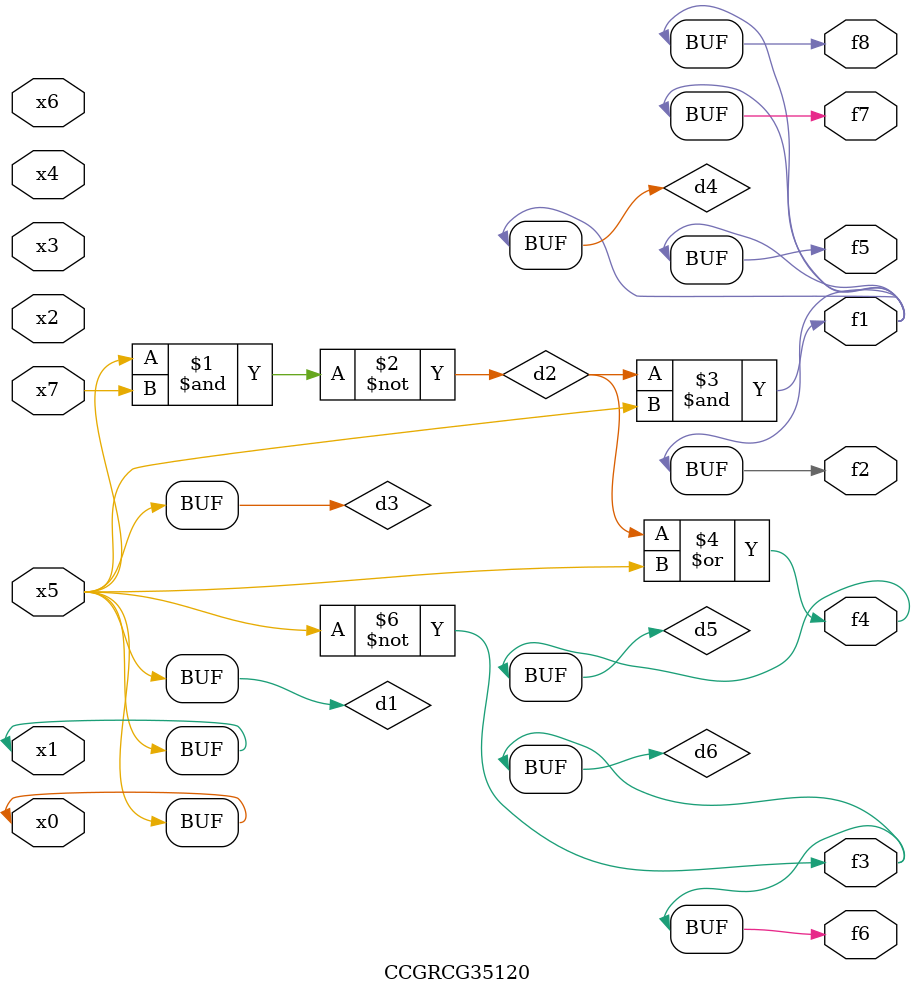
<source format=v>
module CCGRCG35120(
	input x0, x1, x2, x3, x4, x5, x6, x7,
	output f1, f2, f3, f4, f5, f6, f7, f8
);

	wire d1, d2, d3, d4, d5, d6;

	buf (d1, x0, x5);
	nand (d2, x5, x7);
	buf (d3, x0, x1);
	and (d4, d2, d3);
	or (d5, d2, d3);
	nor (d6, d1, d3);
	assign f1 = d4;
	assign f2 = d4;
	assign f3 = d6;
	assign f4 = d5;
	assign f5 = d4;
	assign f6 = d6;
	assign f7 = d4;
	assign f8 = d4;
endmodule

</source>
